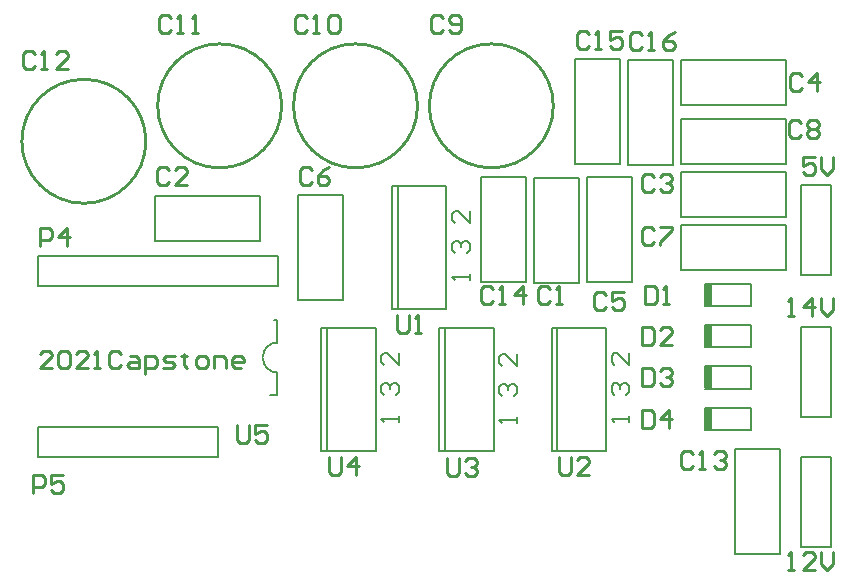
<source format=gto>
G04*
G04 #@! TF.GenerationSoftware,Altium Limited,Altium Designer,20.2.6 (244)*
G04*
G04 Layer_Color=65535*
%FSLAX25Y25*%
%MOIN*%
G70*
G04*
G04 #@! TF.SameCoordinates,D736F6B9-9090-4B46-9E75-5C41576542F1*
G04*
G04*
G04 #@! TF.FilePolarity,Positive*
G04*
G01*
G75*
%ADD10C,0.00984*%
%ADD11C,0.00500*%
%ADD12C,0.00787*%
%ADD13C,0.01000*%
%ADD14C,0.00591*%
%ADD15R,0.03150X0.07480*%
%ADD16R,0.03150X0.07480*%
D10*
X375000Y350394D02*
G03*
X375000Y350394I-20669J0D01*
G01*
X420276D02*
G03*
X420276Y350394I-20669J0D01*
G01*
X329724D02*
G03*
X329724Y350394I-20669J0D01*
G01*
X284449Y338583D02*
G03*
X284449Y338583I-20669J0D01*
G01*
D11*
X323464Y266299D02*
G03*
X328268Y261496I4803J0D01*
G01*
Y271496D02*
G03*
X323464Y266693I0J-4803D01*
G01*
X328268Y271496D02*
Y278996D01*
Y253996D02*
Y261496D01*
X325965Y253996D02*
X328268D01*
X327047Y278996D02*
X328268D01*
D12*
X368504Y282835D02*
Y323780D01*
X366535Y282835D02*
Y323780D01*
X384646Y282835D02*
Y323780D01*
X366535Y282835D02*
X384646D01*
X366535Y323780D02*
X384646D01*
X344882Y235433D02*
Y276378D01*
X342913Y235433D02*
X361024D01*
Y276378D01*
X342913D02*
X361024D01*
X342913Y235433D02*
Y276378D01*
X384252Y235276D02*
Y276220D01*
X382283Y235276D02*
X400394D01*
Y276220D01*
X382283D02*
X400394D01*
X382283Y235276D02*
Y276220D01*
X421654Y235433D02*
Y276378D01*
X419685Y235433D02*
Y276378D01*
X437795Y235433D02*
Y276378D01*
X419685Y235433D02*
X437795D01*
X419685Y276378D02*
X437795D01*
X431476Y326555D02*
X446476D01*
Y291555D02*
Y326555D01*
X431476Y291555D02*
X446476D01*
X431476D02*
Y326555D01*
X486024Y269882D02*
Y277362D01*
X470669Y269882D02*
X486024D01*
X470669Y277362D02*
X486024D01*
Y242323D02*
Y249803D01*
X470669Y242323D02*
X486024D01*
X470669Y249803D02*
X486024D01*
Y256102D02*
Y263583D01*
X470669Y256102D02*
X486024D01*
X470669Y263583D02*
X486024D01*
Y283661D02*
Y291142D01*
X470669Y283661D02*
X486024D01*
X470669Y291142D02*
X486024D01*
X480689Y201004D02*
X495689D01*
X480689D02*
Y236004D01*
X495689D01*
Y201004D02*
Y236004D01*
X413760Y326398D02*
X428760D01*
Y291398D02*
Y326398D01*
X413760Y291398D02*
X428760D01*
X413760D02*
Y326398D01*
X396043Y326555D02*
X411043D01*
Y291555D02*
Y326555D01*
X396043Y291555D02*
X411043D01*
X396043D02*
Y326555D01*
X512874Y246811D02*
Y276811D01*
X502874D02*
X512874D01*
X502874Y246811D02*
Y276811D01*
Y246811D02*
X512874D01*
Y203504D02*
Y233504D01*
X502874D02*
X512874D01*
X502874Y203504D02*
Y233504D01*
Y203504D02*
X512874D01*
X462972Y295650D02*
Y310650D01*
X497972D01*
Y295650D02*
Y310650D01*
X462972Y295650D02*
X497972D01*
X462815Y313366D02*
Y328366D01*
X497815D01*
Y313366D02*
Y328366D01*
X462815Y313366D02*
X497815D01*
X427539Y365925D02*
X442539D01*
Y330925D02*
Y365925D01*
X427539Y330925D02*
X442539D01*
X427539D02*
Y365925D01*
X462815Y331083D02*
Y346083D01*
X497815D01*
Y331083D02*
Y346083D01*
X462815Y331083D02*
X497815D01*
X462972Y350768D02*
Y365768D01*
X497972D01*
Y350768D02*
Y365768D01*
X462972Y350768D02*
X497972D01*
X248622Y233189D02*
Y243189D01*
X308622Y233189D02*
Y243189D01*
X248622Y233189D02*
X308622D01*
X248622Y243189D02*
X308622D01*
X335020Y320650D02*
X350020D01*
Y285650D02*
Y320650D01*
X335020Y285650D02*
X350020D01*
X335020D02*
Y320650D01*
X322618Y305492D02*
Y320492D01*
X287618Y305492D02*
X322618D01*
X287618D02*
Y320492D01*
X322618D01*
X445256Y365768D02*
X460256D01*
Y330768D02*
Y365768D01*
X445256Y330768D02*
X460256D01*
X445256D02*
Y365768D01*
X512874Y294055D02*
Y324055D01*
X502874D02*
X512874D01*
X502874Y294055D02*
Y324055D01*
Y294055D02*
X512874D01*
X248465Y290276D02*
Y300276D01*
X328465D01*
Y290276D02*
Y300276D01*
X248465Y290276D02*
X328465D01*
D13*
X253030Y262842D02*
X249031D01*
X253030Y266841D01*
Y267840D01*
X252030Y268840D01*
X250031D01*
X249031Y267840D01*
X255030D02*
X256029Y268840D01*
X258029D01*
X259028Y267840D01*
Y263842D01*
X258029Y262842D01*
X256029D01*
X255030Y263842D01*
Y267840D01*
X265026Y262842D02*
X261028D01*
X265026Y266841D01*
Y267840D01*
X264027Y268840D01*
X262027D01*
X261028Y267840D01*
X267026Y262842D02*
X269025D01*
X268025D01*
Y268840D01*
X267026Y267840D01*
X276023D02*
X275023Y268840D01*
X273024D01*
X272024Y267840D01*
Y263842D01*
X273024Y262842D01*
X275023D01*
X276023Y263842D01*
X279022Y266841D02*
X281021D01*
X282021Y265841D01*
Y262842D01*
X279022D01*
X278022Y263842D01*
X279022Y264841D01*
X282021D01*
X284020Y260842D02*
Y266841D01*
X287019D01*
X288019Y265841D01*
Y263842D01*
X287019Y262842D01*
X284020D01*
X290018D02*
X293017D01*
X294017Y263842D01*
X293017Y264841D01*
X291018D01*
X290018Y265841D01*
X291018Y266841D01*
X294017D01*
X297016Y267840D02*
Y266841D01*
X296016D01*
X298016D01*
X297016D01*
Y263842D01*
X298016Y262842D01*
X302014D02*
X304014D01*
X305013Y263842D01*
Y265841D01*
X304014Y266841D01*
X302014D01*
X301015Y265841D01*
Y263842D01*
X302014Y262842D01*
X307013D02*
Y266841D01*
X310012D01*
X311012Y265841D01*
Y262842D01*
X316010D02*
X314011D01*
X313011Y263842D01*
Y265841D01*
X314011Y266841D01*
X316010D01*
X317009Y265841D01*
Y264841D01*
X313011D01*
X314962Y243905D02*
Y238906D01*
X315962Y237907D01*
X317961D01*
X318961Y238906D01*
Y243905D01*
X324959D02*
X320960D01*
Y240905D01*
X322960Y241905D01*
X323959D01*
X324959Y240905D01*
Y238906D01*
X323959Y237907D01*
X321960D01*
X320960Y238906D01*
X345395Y233314D02*
Y228316D01*
X346395Y227316D01*
X348394D01*
X349394Y228316D01*
Y233314D01*
X354392Y227316D02*
Y233314D01*
X351393Y230315D01*
X355392D01*
X384765Y233156D02*
Y228158D01*
X385765Y227158D01*
X387764D01*
X388764Y228158D01*
Y233156D01*
X390763Y232157D02*
X391763Y233156D01*
X393762D01*
X394762Y232157D01*
Y231157D01*
X393762Y230157D01*
X392763D01*
X393762D01*
X394762Y229158D01*
Y228158D01*
X393762Y227158D01*
X391763D01*
X390763Y228158D01*
X422167Y233314D02*
Y228316D01*
X423167Y227316D01*
X425166D01*
X426166Y228316D01*
Y233314D01*
X432164Y227316D02*
X428165D01*
X432164Y231315D01*
Y232314D01*
X431164Y233314D01*
X429165D01*
X428165Y232314D01*
X368049Y280558D02*
Y275560D01*
X369048Y274560D01*
X371048D01*
X372047Y275560D01*
Y280558D01*
X374047Y274560D02*
X376046D01*
X375046D01*
Y280558D01*
X374047Y279558D01*
X246970Y221410D02*
Y227409D01*
X249969D01*
X250969Y226409D01*
Y224410D01*
X249969Y223410D01*
X246970D01*
X256967Y227409D02*
X252968D01*
Y224410D01*
X254967Y225409D01*
X255967D01*
X256967Y224410D01*
Y222410D01*
X255967Y221410D01*
X253968D01*
X252968Y222410D01*
X249064Y303676D02*
Y309674D01*
X252064D01*
X253063Y308674D01*
Y306675D01*
X252064Y305675D01*
X249064D01*
X258062Y303676D02*
Y309674D01*
X255063Y306675D01*
X259061D01*
X498408Y195820D02*
X500407D01*
X499408D01*
Y201818D01*
X498408Y200818D01*
X507405Y195820D02*
X503406D01*
X507405Y199819D01*
Y200818D01*
X506405Y201818D01*
X504406D01*
X503406Y200818D01*
X509404Y201818D02*
Y197819D01*
X511404Y195820D01*
X513403Y197819D01*
Y201818D01*
X507436Y333398D02*
X503437D01*
Y330399D01*
X505436Y331399D01*
X506436D01*
X507436Y330399D01*
Y328400D01*
X506436Y327400D01*
X504437D01*
X503437Y328400D01*
X509435Y333398D02*
Y329399D01*
X511434Y327400D01*
X513434Y329399D01*
Y333398D01*
X498408Y280466D02*
X500407D01*
X499408D01*
Y286464D01*
X498408Y285464D01*
X506405Y280466D02*
Y286464D01*
X503406Y283465D01*
X507405D01*
X509404Y286464D02*
Y282465D01*
X511404Y280466D01*
X513403Y282465D01*
Y286464D01*
X449726Y249062D02*
Y243064D01*
X452725D01*
X453725Y244064D01*
Y248062D01*
X452725Y249062D01*
X449726D01*
X458723Y243064D02*
Y249062D01*
X455724Y246063D01*
X459723D01*
X449726Y262842D02*
Y256843D01*
X452725D01*
X453725Y257843D01*
Y261842D01*
X452725Y262842D01*
X449726D01*
X455724Y261842D02*
X456724Y262842D01*
X458723D01*
X459723Y261842D01*
Y260842D01*
X458723Y259842D01*
X457723D01*
X458723D01*
X459723Y258843D01*
Y257843D01*
X458723Y256843D01*
X456724D01*
X455724Y257843D01*
X449726Y276621D02*
Y270623D01*
X452725D01*
X453725Y271623D01*
Y275621D01*
X452725Y276621D01*
X449726D01*
X459723Y270623D02*
X455724D01*
X459723Y274622D01*
Y275621D01*
X458723Y276621D01*
X456724D01*
X455724Y275621D01*
X450726Y290401D02*
Y284402D01*
X453725D01*
X454724Y285402D01*
Y289401D01*
X453725Y290401D01*
X450726D01*
X456724Y284402D02*
X458723D01*
X457723D01*
Y290401D01*
X456724Y289401D01*
X449855Y374166D02*
X448855Y375166D01*
X446856D01*
X445856Y374166D01*
Y370167D01*
X446856Y369168D01*
X448855D01*
X449855Y370167D01*
X451854Y369168D02*
X453853D01*
X452854D01*
Y375166D01*
X451854Y374166D01*
X460851Y375166D02*
X458852Y374166D01*
X456852Y372167D01*
Y370167D01*
X457852Y369168D01*
X459851D01*
X460851Y370167D01*
Y371167D01*
X459851Y372167D01*
X456852D01*
X432104Y374367D02*
X431105Y375367D01*
X429105D01*
X428105Y374367D01*
Y370368D01*
X429105Y369369D01*
X431105D01*
X432104Y370368D01*
X434104Y369369D02*
X436103D01*
X435103D01*
Y375367D01*
X434104Y374367D01*
X443101Y375367D02*
X439102D01*
Y372368D01*
X441101Y373367D01*
X442101D01*
X443101Y372368D01*
Y370368D01*
X442101Y369369D01*
X440102D01*
X439102Y370368D01*
X400044Y289401D02*
X399045Y290401D01*
X397045D01*
X396046Y289401D01*
Y285402D01*
X397045Y284402D01*
X399045D01*
X400044Y285402D01*
X402044Y284402D02*
X404043D01*
X403044D01*
Y290401D01*
X402044Y289401D01*
X410041Y284402D02*
Y290401D01*
X407042Y287402D01*
X411041D01*
X466974Y234283D02*
X465974Y235282D01*
X463975D01*
X462975Y234283D01*
Y230284D01*
X463975Y229284D01*
X465974D01*
X466974Y230284D01*
X468973Y229284D02*
X470972D01*
X469973D01*
Y235282D01*
X468973Y234283D01*
X473971D02*
X474971Y235282D01*
X476970D01*
X477970Y234283D01*
Y233283D01*
X476970Y232283D01*
X475971D01*
X476970D01*
X477970Y231284D01*
Y230284D01*
X476970Y229284D01*
X474971D01*
X473971Y230284D01*
X247623Y367730D02*
X246623Y368730D01*
X244624D01*
X243624Y367730D01*
Y363731D01*
X244624Y362732D01*
X246623D01*
X247623Y363731D01*
X249623Y362732D02*
X251622D01*
X250622D01*
Y368730D01*
X249623Y367730D01*
X258620Y362732D02*
X254621D01*
X258620Y366730D01*
Y367730D01*
X257620Y368730D01*
X255621D01*
X254621Y367730D01*
X292912Y379583D02*
X291912Y380583D01*
X289913D01*
X288913Y379583D01*
Y375585D01*
X289913Y374585D01*
X291912D01*
X292912Y375585D01*
X294912Y374585D02*
X296911D01*
X295911D01*
Y380583D01*
X294912Y379583D01*
X299910Y374585D02*
X301909D01*
X300909D01*
Y380583D01*
X299910Y379583D01*
X338155Y379519D02*
X337155Y380519D01*
X335156D01*
X334156Y379519D01*
Y375520D01*
X335156Y374520D01*
X337155D01*
X338155Y375520D01*
X340154Y374520D02*
X342153D01*
X341154D01*
Y380519D01*
X340154Y379519D01*
X345152D02*
X346152Y380519D01*
X348151D01*
X349151Y379519D01*
Y375520D01*
X348151Y374520D01*
X346152D01*
X345152Y375520D01*
Y379519D01*
X383481Y379572D02*
X382481Y380572D01*
X380482D01*
X379482Y379572D01*
Y375574D01*
X380482Y374574D01*
X382481D01*
X383481Y375574D01*
X385480D02*
X386480Y374574D01*
X388479D01*
X389479Y375574D01*
Y379572D01*
X388479Y380572D01*
X386480D01*
X385480Y379572D01*
Y378573D01*
X386480Y377573D01*
X389479D01*
X502937Y344519D02*
X501938Y345519D01*
X499938D01*
X498939Y344519D01*
Y340520D01*
X499938Y339521D01*
X501938D01*
X502937Y340520D01*
X504937Y344519D02*
X505936Y345519D01*
X507936D01*
X508935Y344519D01*
Y343519D01*
X507936Y342520D01*
X508935Y341520D01*
Y340520D01*
X507936Y339521D01*
X505936D01*
X504937Y340520D01*
Y341520D01*
X505936Y342520D01*
X504937Y343519D01*
Y344519D01*
X505936Y342520D02*
X507936D01*
X453882Y309086D02*
X452882Y310086D01*
X450883D01*
X449884Y309086D01*
Y305087D01*
X450883Y304088D01*
X452882D01*
X453882Y305087D01*
X455882Y310086D02*
X459880D01*
Y309086D01*
X455882Y305087D01*
Y304088D01*
X339667Y329061D02*
X338667Y330061D01*
X336668D01*
X335668Y329061D01*
Y325063D01*
X336668Y324063D01*
X338667D01*
X339667Y325063D01*
X345665Y330061D02*
X343666Y329061D01*
X341667Y327062D01*
Y325063D01*
X342666Y324063D01*
X344666D01*
X345665Y325063D01*
Y326062D01*
X344666Y327062D01*
X341667D01*
X437977Y287432D02*
X436977Y288432D01*
X434978D01*
X433978Y287432D01*
Y283434D01*
X434978Y282434D01*
X436977D01*
X437977Y283434D01*
X443975Y288432D02*
X439976D01*
Y285433D01*
X441975Y286433D01*
X442975D01*
X443975Y285433D01*
Y283434D01*
X442975Y282434D01*
X440976D01*
X439976Y283434D01*
X503095Y360267D02*
X502095Y361267D01*
X500096D01*
X499096Y360267D01*
Y356268D01*
X500096Y355269D01*
X502095D01*
X503095Y356268D01*
X508093Y355269D02*
Y361267D01*
X505094Y358268D01*
X509093D01*
X453725Y326802D02*
X452725Y327802D01*
X450726D01*
X449726Y326802D01*
Y322804D01*
X450726Y321804D01*
X452725D01*
X453725Y322804D01*
X455724Y326802D02*
X456724Y327802D01*
X458723D01*
X459723Y326802D01*
Y325803D01*
X458723Y324803D01*
X457723D01*
X458723D01*
X459723Y323803D01*
Y322804D01*
X458723Y321804D01*
X456724D01*
X455724Y322804D01*
X292267Y328930D02*
X291267Y329930D01*
X289268D01*
X288268Y328930D01*
Y324931D01*
X289268Y323932D01*
X291267D01*
X292267Y324931D01*
X298265Y323932D02*
X294267D01*
X298265Y327930D01*
Y328930D01*
X297266Y329930D01*
X295266D01*
X294267Y328930D01*
X419291Y289401D02*
X418292Y290401D01*
X416292D01*
X415293Y289401D01*
Y285402D01*
X416292Y284403D01*
X418292D01*
X419291Y285402D01*
X421291Y284403D02*
X423290D01*
X422290D01*
Y290401D01*
X421291Y289401D01*
D14*
X392421Y292323D02*
Y294291D01*
Y293307D01*
X386518D01*
X387502Y292323D01*
X392421Y315274D02*
Y311339D01*
X388486Y315274D01*
X387502D01*
X386518Y314290D01*
Y312322D01*
X387502Y311339D01*
X387502Y301339D02*
X386518Y302323D01*
Y304290D01*
X387502Y305274D01*
X388486D01*
X389470Y304290D01*
Y303306D01*
Y304290D01*
X390453Y305274D01*
X391437D01*
X392421Y304290D01*
Y302323D01*
X391437Y301339D01*
X368799Y244921D02*
Y246889D01*
Y245905D01*
X362896D01*
X363880Y244921D01*
X368799Y267873D02*
Y263937D01*
X364863Y267873D01*
X363879D01*
X362896Y266889D01*
Y264921D01*
X363879Y263937D01*
Y253937D02*
X362896Y254921D01*
Y256889D01*
X363879Y257873D01*
X364863D01*
X365847Y256889D01*
Y255905D01*
Y256889D01*
X366831Y257873D01*
X367815D01*
X368799Y256889D01*
Y254921D01*
X367815Y253937D01*
X408169Y244764D02*
Y246732D01*
Y245748D01*
X402266D01*
X403250Y244764D01*
X408169Y267715D02*
Y263779D01*
X404234Y267715D01*
X403250D01*
X402266Y266731D01*
Y264763D01*
X403250Y263779D01*
Y253780D02*
X402266Y254764D01*
Y256731D01*
X403250Y257715D01*
X404234D01*
X405218Y256731D01*
Y255747D01*
Y256731D01*
X406201Y257715D01*
X407185D01*
X408169Y256731D01*
Y254764D01*
X407185Y253780D01*
X445571Y244921D02*
Y246889D01*
Y245905D01*
X439667D01*
X440651Y244921D01*
X445571Y267873D02*
Y263937D01*
X441635Y267873D01*
X440651D01*
X439667Y266889D01*
Y264921D01*
X440651Y263937D01*
X440651Y253937D02*
X439667Y254921D01*
Y256889D01*
X440651Y257873D01*
X441635D01*
X442619Y256889D01*
Y255905D01*
Y256889D01*
X443603Y257873D01*
X444587D01*
X445571Y256889D01*
Y254921D01*
X444587Y253937D01*
D15*
X471850Y273622D02*
D03*
Y259842D02*
D03*
D16*
Y246063D02*
D03*
Y287402D02*
D03*
M02*

</source>
